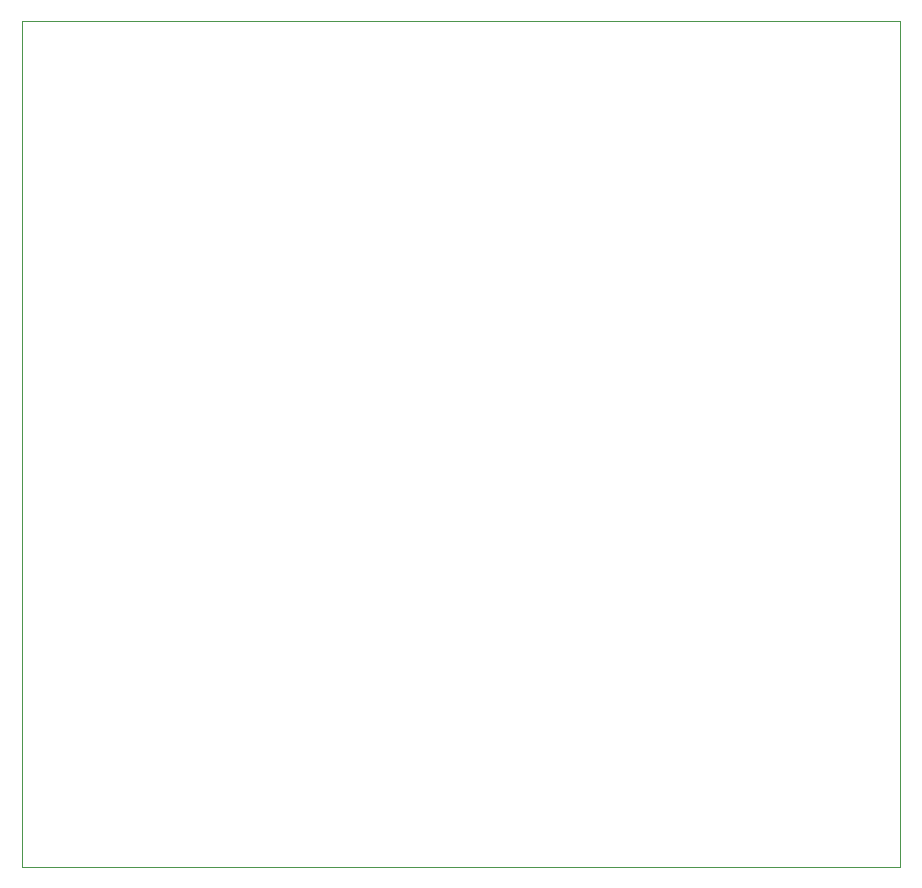
<source format=gbr>
%FSTAX23Y23*%
%MOIN*%
%SFA1B1*%

%IPPOS*%
%ADD50C,0.001000*%
%LNpcb1_profile-1*%
%LPD*%
G54D50*
X02155Y01125D02*
X0508D01*
Y03945*
X02155*
Y01125*
M02*
</source>
